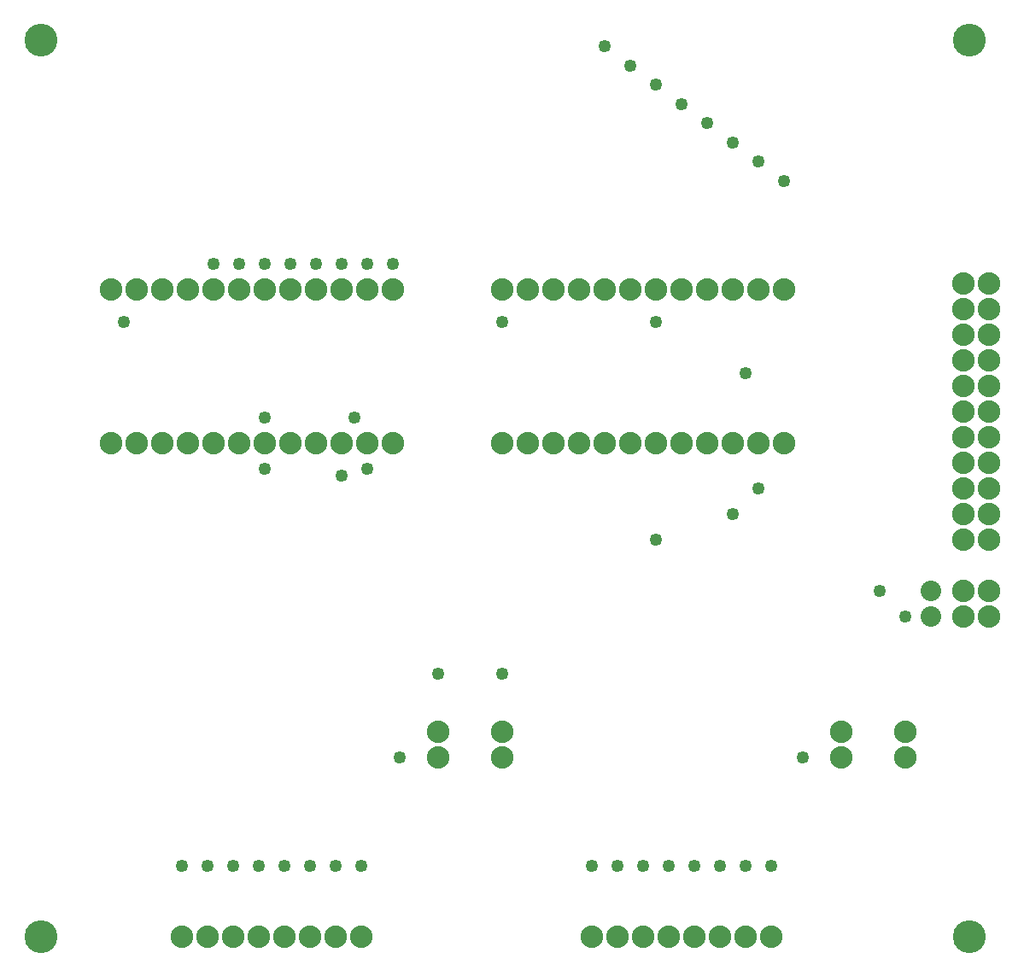
<source format=gbs>
G04 MADE WITH FRITZING*
G04 WWW.FRITZING.ORG*
G04 DOUBLE SIDED*
G04 HOLES PLATED*
G04 CONTOUR ON CENTER OF CONTOUR VECTOR*
%ASAXBY*%
%FSLAX23Y23*%
%MOIN*%
%OFA0B0*%
%SFA1.0B1.0*%
%ADD10C,0.049370*%
%ADD11C,0.088000*%
%ADD12C,0.128110*%
%ADD13C,0.080000*%
%LNMASK0*%
G90*
G70*
G54D10*
X468Y2522D03*
G54D11*
X1943Y919D03*
X1943Y819D03*
X1693Y919D03*
X1693Y819D03*
X3518Y919D03*
X3518Y819D03*
X3268Y919D03*
X3268Y819D03*
G54D10*
X1543Y819D03*
X3118Y819D03*
X1943Y1147D03*
X1693Y1147D03*
X2343Y3597D03*
X2443Y3522D03*
X2543Y3447D03*
X2643Y3372D03*
X2743Y3297D03*
X2843Y3222D03*
X2943Y3147D03*
X3043Y3072D03*
X1518Y2747D03*
X1418Y2747D03*
X1318Y2747D03*
X1218Y2747D03*
X1118Y2747D03*
X1018Y2747D03*
X918Y2747D03*
X818Y2747D03*
X2543Y1672D03*
X2843Y1772D03*
X2943Y1872D03*
X1368Y2147D03*
X1418Y1947D03*
X1318Y1922D03*
X1018Y1947D03*
X1018Y2147D03*
X1943Y2522D03*
G54D11*
X418Y2647D03*
X518Y2647D03*
X618Y2647D03*
X718Y2647D03*
X818Y2647D03*
X918Y2647D03*
X1018Y2647D03*
X1118Y2647D03*
X1218Y2647D03*
X1318Y2647D03*
X1418Y2647D03*
X1518Y2647D03*
X1943Y2647D03*
X2043Y2647D03*
X2143Y2647D03*
X2243Y2647D03*
X2343Y2647D03*
X2443Y2647D03*
X2543Y2647D03*
X2643Y2647D03*
X2743Y2647D03*
X2843Y2647D03*
X2943Y2647D03*
X3043Y2647D03*
X418Y2047D03*
X518Y2047D03*
X618Y2047D03*
X718Y2047D03*
X818Y2047D03*
X918Y2047D03*
X1018Y2047D03*
X1118Y2047D03*
X1218Y2047D03*
X1318Y2047D03*
X1418Y2047D03*
X1518Y2047D03*
X1943Y2047D03*
X2043Y2047D03*
X2143Y2047D03*
X2243Y2047D03*
X2343Y2047D03*
X2443Y2047D03*
X2543Y2047D03*
X2643Y2047D03*
X2743Y2047D03*
X2843Y2047D03*
X2943Y2047D03*
X3043Y2047D03*
G54D10*
X693Y397D03*
X793Y397D03*
X893Y397D03*
X993Y397D03*
X1093Y397D03*
X1193Y397D03*
X1293Y397D03*
X1393Y397D03*
X2293Y397D03*
X2393Y397D03*
X2493Y397D03*
X2593Y397D03*
X2693Y397D03*
X2793Y397D03*
X2893Y397D03*
X2993Y397D03*
G54D12*
X143Y122D03*
X143Y3622D03*
X3768Y3622D03*
X3768Y122D03*
G54D13*
X3618Y1472D03*
X3618Y1371D03*
G54D11*
X1093Y122D03*
X1193Y122D03*
X1293Y122D03*
X1393Y122D03*
X2593Y122D03*
X2493Y122D03*
X2393Y122D03*
X2293Y122D03*
X693Y122D03*
X793Y122D03*
X893Y122D03*
X993Y122D03*
X2993Y122D03*
X2893Y122D03*
X2793Y122D03*
X2693Y122D03*
X3843Y2672D03*
X3843Y2572D03*
X3843Y2472D03*
X3843Y2372D03*
X3843Y2272D03*
X3843Y2172D03*
X3843Y2072D03*
X3843Y1972D03*
X3843Y1872D03*
X3843Y1772D03*
X3843Y1672D03*
X3743Y2672D03*
X3743Y2572D03*
X3743Y2472D03*
X3743Y2372D03*
X3743Y2272D03*
X3743Y2172D03*
X3743Y2072D03*
X3743Y1972D03*
X3743Y1872D03*
X3743Y1772D03*
X3743Y1672D03*
X3843Y1472D03*
X3843Y1372D03*
X3743Y1472D03*
X3743Y1372D03*
G54D10*
X3518Y1372D03*
X2543Y2522D03*
X2893Y2322D03*
X3418Y1472D03*
G04 End of Mask0*
M02*
</source>
